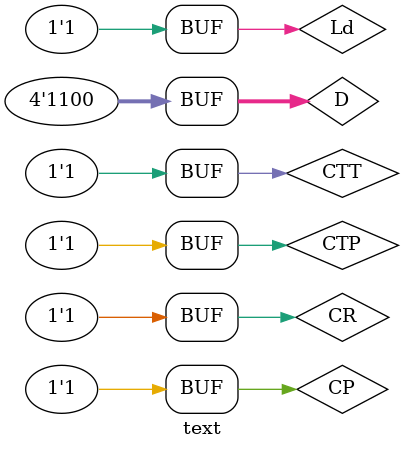
<source format=v>
`timescale 1ns / 1ps


module text;

	// Inputs
	reg CR;
	reg CP;
	reg CTP;
	reg CTT;
	reg Ld;
	reg [3:0] D;

	// Outputs
	wire [3:0] Q;
	wire Co;

	// Instantiate the Unit Under Test (UUT)
	My74LS161 uut (
		.CR(CR), 
		.CP(CP), 
		.CTP(CTP), 
		.CTT(CTT), 
		.Ld(Ld), 
		.D(D), 
		.Q(Q), 
		.Co(Co)
	);

	initial begin
		CR = 0;
		D = 0;
		CTP = 0;
		CTT = 0;
		Ld = 0;
		#100;
		CR = 1;
		Ld = 1;
		D = 4'b1100;
		CTT = 0;
		CTP = 0;
		#30 CR = 0;
		#20 CR = 1;
		#10 Ld = 0;
		#30 CTT = 1;
		CTP = 1;
		#10 Ld = 1;
		#510;
		CR = 0;
		#20 CR = 1;
		#500;
	end
	always begin
		CP = 0;#20;
		CP = 1;#20;
	end
endmodule


</source>
